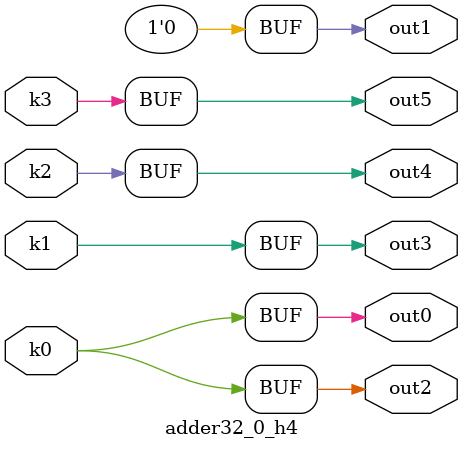
<source format=v>
module adder32_0(pi00, pi01, pi02, pi03, pi04, pi05, pi06, pi07, pi08, pi09, pi10, po0, po1, po2, po3, po4, po5);
input pi00, pi01, pi02, pi03, pi04, pi05, pi06, pi07, pi08, pi09, pi10;
output po0, po1, po2, po3, po4, po5;
wire k0, k1, k2, k3;
adder32_0_w4 DUT1 (pi00, pi01, pi02, pi03, pi04, pi05, pi06, pi07, pi08, pi09, pi10, k0, k1, k2, k3);
adder32_0_h4 DUT2 (k0, k1, k2, k3, po0, po1, po2, po3, po4, po5);
endmodule

module adder32_0_w4(in10, in9, in8, in7, in6, in5, in4, in3, in2, in1, in0, k3, k2, k1, k0);
input in10, in9, in8, in7, in6, in5, in4, in3, in2, in1, in0;
output k3, k2, k1, k0;
assign k0 =   ((~in7 ^ in2) & ((((in10 & (in5 | ~in0)) | (in5 & ~in0)) & (in8 | in3) & (in9 | in4)) | (in9 & in4 & (in8 | in3)) | (in8 & in3))) | (((~in5 & in0) | (~in10 & (~in5 | in0))) & (in7 ^ in2) & (~in8 | ~in3) & (~in9 | ~in4)) | ((in7 ^ in2) & ((~in8 & ~in3) | (~in9 & ~in4 & (~in8 | ~in3))));
assign k1 =   ((in8 ^ in3) & ((((in10 & (in5 | ~in0)) | (in5 & ~in0)) & (in9 | in4)) | (in9 & in4))) | (((~in5 & in0) | (~in10 & (~in5 | in0))) & (~in9 | ~in4) & (~in8 ^ in3)) | (~in9 & ~in4 & (~in8 ^ in3));
assign k2 =   ((~in9 ^ in4) & ((in10 & (in5 | ~in0)) | (in5 & ~in0))) | (((~in5 & in0) | (~in10 & (~in5 | in0))) & (in9 ^ in4));
assign k3 =   in10 ? (~in5 ^ in0) : (in5 ^ in0);
endmodule

module adder32_0_h4(k3, k2, k1, k0, out5, out4, out3, out2, out1, out0);
input k3, k2, k1, k0;
output out5, out4, out3, out2, out1, out0;
assign out0 = k0;
assign out1 = 0;
assign out2 = k0;
assign out3 = k1;
assign out4 = k2;
assign out5 = k3;
endmodule

</source>
